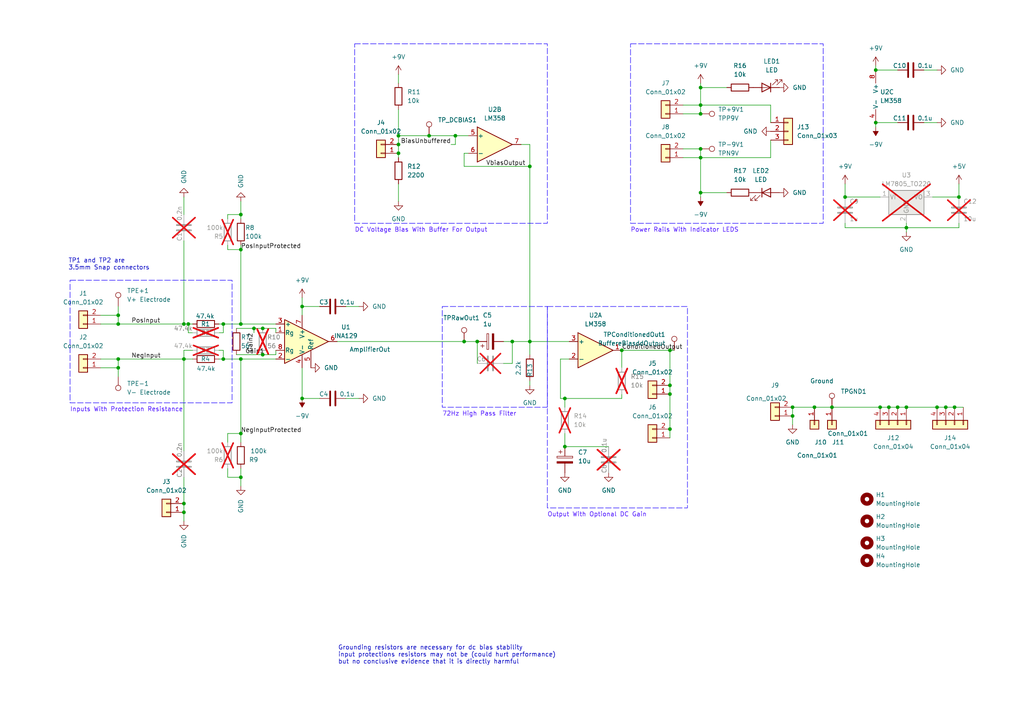
<source format=kicad_sch>
(kicad_sch (version 20231120) (generator "eeschema") (generator_version "8.0")
  (paper "A4")
  (lib_symbols
    (symbol "Amplifier_Instrumentation:INA129" (pin_names (offset 0.127))
      (property "Reference" "U" (at 3.81 3.175 0))
      (property "Value" "INA129" (at 3.81 -3.175 0))
      (symbol "INA129_0_1"
        (polyline (pts (xy 7.62 0) (xy -5.08 6.35) (xy -5.08 -6.35) (xy 7.62 0)) (stroke (width 0.254)) (fill (type background)))
      )
      (symbol "INA129_1_1"
        (pin passive line (at -7.62 2.54 0) (length 2.54) (name "Rg") (number "1"))
        (pin input line (at -7.62 -5.08 0) (length 2.54) (name "-") (number "2"))
        (pin input line (at -7.62 5.08 0) (length 2.54) (name "+") (number "3"))
        (pin power_in line (at 0 -7.62 90) (length 3.81) (name "V-") (number "4"))
        (pin input line (at 2.54 -7.62 90) (length 5.08) (name "Ref") (number "5"))
        (pin output line (at 10.16 0 180) (length 2.54) (name "~") (number "6"))
        (pin power_in line (at 0 7.62 270) (length 3.81) (name "V+") (number "7"))
        (pin passive line (at -7.62 -2.54 0) (length 2.54) (name "Rg") (number "8"))
      )
    )
    (symbol "Amplifier_Operational:LM358" (pin_names (offset 0.127))
      (property "Reference" "U" (at 0 5.08 0))
      (property "Value" "LM358" (at 0 -5.08 0))
      (symbol "LM358_1_1"
        (polyline (pts (xy -5.08 5.08) (xy 5.08 0) (xy -5.08 -5.08) (xy -5.08 5.08)) (stroke (width 0.254)) (fill (type background)))
        (pin output line (at 7.62 0 180) (length 2.54) (name "~") (number "1"))
        (pin input line (at -7.62 -2.54 0) (length 2.54) (name "-") (number "2"))
        (pin input line (at -7.62 2.54 0) (length 2.54) (name "+") (number "3"))
      )
      (symbol "LM358_2_1"
        (polyline (pts (xy -5.08 5.08) (xy 5.08 0) (xy -5.08 -5.08) (xy -5.08 5.08)) (stroke (width 0.254)) (fill (type background)))
        (pin input line (at -7.62 2.54 0) (length 2.54) (name "+") (number "5"))
        (pin input line (at -7.62 -2.54 0) (length 2.54) (name "-") (number "6"))
        (pin output line (at 7.62 0 180) (length 2.54) (name "~") (number "7"))
      )
      (symbol "LM358_3_1"
        (pin power_in line (at -2.54 -7.62 90) (length 3.81) (name "V-") (number "4"))
        (pin power_in line (at -2.54 7.62 270) (length 3.81) (name "V+") (number "8"))
      )
    )
    (symbol "Connector:TestPoint" (pin_numbers hide) (pin_names (offset 0.762) hide)
      (property "Reference" "TP" (at 0 6.858 0))
      (property "Value" "TestPoint" (at 0 5.08 0))
      (symbol "TestPoint_0_1"
        (circle (center 0 3.302) (radius 0.762))
      )
      (symbol "TestPoint_1_1"
        (pin passive line (at 0 0 90) (length 2.54) (name "1") (number "1"))
      )
    )
    (symbol "Connector_Generic:Conn_01x01" (pin_names (offset 1.016) hide)
      (property "Reference" "J" (at 0 2.54 0))
      (property "Value" "Conn_01x01" (at 0 -2.54 0))
      (symbol "Conn_01x01_1_1"
        (rectangle (start -1.27 0.127) (end 0 -0.127) (stroke (width 0.1524)))
        (rectangle (start -1.27 1.27) (end 1.27 -1.27) (stroke (width 0.254)) (fill (type background)))
        (pin passive line (at -5.08 0 0) (length 3.81) (name "Pin_1") (number "1"))
      )
    )
    (symbol "Connector_Generic:Conn_01x02" (pin_names (offset 1.016) hide)
      (property "Reference" "J" (at 0 2.54 0))
      (property "Value" "Conn_01x02" (at 0 -5.08 0))
      (symbol "Conn_01x02_1_1"
        (rectangle (start -1.27 -2.413) (end 0 -2.667) (stroke (width 0.1524)))
        (rectangle (start -1.27 0.127) (end 0 -0.127) (stroke (width 0.1524)))
        (rectangle (start -1.27 1.27) (end 1.27 -3.81) (stroke (width 0.254)) (fill (type background)))
        (pin passive line (at -5.08 0 0) (length 3.81) (name "Pin_1") (number "1"))
        (pin passive line (at -5.08 -2.54 0) (length 3.81) (name "Pin_2") (number "2"))
      )
    )
    (symbol "Connector_Generic:Conn_01x03" (pin_names (offset 1.016) hide)
      (property "Reference" "J" (at 0 5.08 0))
      (property "Value" "Conn_01x03" (at 0 -5.08 0))
      (symbol "Conn_01x03_1_1"
        (rectangle (start -1.27 -2.413) (end 0 -2.667) (stroke (width 0.1524)))
        (rectangle (start -1.27 0.127) (end 0 -0.127) (stroke (width 0.1524)))
        (rectangle (start -1.27 2.667) (end 0 2.413) (stroke (width 0.1524)))
        (rectangle (start -1.27 3.81) (end 1.27 -3.81) (stroke (width 0.254)) (fill (type background)))
        (pin passive line (at -5.08 2.54 0) (length 3.81) (name "Pin_1") (number "1"))
        (pin passive line (at -5.08 0 0) (length 3.81) (name "Pin_2") (number "2"))
        (pin passive line (at -5.08 -2.54 0) (length 3.81) (name "Pin_3") (number "3"))
      )
    )
    (symbol "Connector_Generic:Conn_01x04" (pin_names (offset 1.016) hide)
      (property "Reference" "J" (at 0 5.08 0))
      (property "Value" "Conn_01x04" (at 0 -7.62 0))
      (symbol "Conn_01x04_1_1"
        (rectangle (start -1.27 -4.953) (end 0 -5.207) (stroke (width 0.1524)))
        (rectangle (start -1.27 -2.413) (end 0 -2.667) (stroke (width 0.1524)))
        (rectangle (start -1.27 0.127) (end 0 -0.127) (stroke (width 0.1524)))
        (rectangle (start -1.27 2.667) (end 0 2.413) (stroke (width 0.1524)))
        (rectangle (start -1.27 3.81) (end 1.27 -6.35) (stroke (width 0.254)) (fill (type background)))
        (pin passive line (at -5.08 2.54 0) (length 3.81) (name "Pin_1") (number "1"))
        (pin passive line (at -5.08 0 0) (length 3.81) (name "Pin_2") (number "2"))
        (pin passive line (at -5.08 -2.54 0) (length 3.81) (name "Pin_3") (number "3"))
        (pin passive line (at -5.08 -5.08 0) (length 3.81) (name "Pin_4") (number "4"))
      )
    )
    (symbol "Device:C" (pin_numbers hide) (pin_names (offset 0.254))
      (property "Reference" "C" (at 0.635 2.54 0))
      (property "Value" "C" (at 0.635 -2.54 0))
      (symbol "C_0_1"
        (polyline (pts (xy -2.032 -0.762) (xy 2.032 -0.762)) (stroke (width 0.508)))
        (polyline (pts (xy -2.032 0.762) (xy 2.032 0.762)) (stroke (width 0.508)))
      )
      (symbol "C_1_1"
        (pin passive line (at 0 3.81 270) (length 2.794) (name "~") (number "1"))
        (pin passive line (at 0 -3.81 90) (length 2.794) (name "~") (number "2"))
      )
    )
    (symbol "Device:C_Polarized" (pin_numbers hide) (pin_names (offset 0.254))
      (property "Reference" "C" (at 0.635 2.54 0))
      (property "Value" "C_Polarized" (at 0.635 -2.54 0))
      (symbol "C_Polarized_0_1"
        (rectangle (start -2.286 0.508) (end 2.286 1.016))
        (polyline (pts (xy -1.778 2.286) (xy -0.762 2.286)))
        (polyline (pts (xy -1.27 2.794) (xy -1.27 1.778)))
        (rectangle (start 2.286 -0.508) (end -2.286 -1.016) (fill (type outline)))
      )
      (symbol "C_Polarized_1_1"
        (pin passive line (at 0 3.81 270) (length 2.794) (name "~") (number "1"))
        (pin passive line (at 0 -3.81 90) (length 2.794) (name "~") (number "2"))
      )
    )
    (symbol "Device:LED" (pin_numbers hide) (pin_names (offset 1.016) hide)
      (property "Reference" "D" (at 0 2.54 0))
      (property "Value" "LED" (at 0 -2.54 0))
      (symbol "LED_0_1"
        (polyline (pts (xy -1.27 -1.27) (xy -1.27 1.27)) (stroke (width 0.254)))
        (polyline (pts (xy -1.27 0) (xy 1.27 0)))
        (polyline (pts (xy 1.27 -1.27) (xy 1.27 1.27) (xy -1.27 0) (xy 1.27 -1.27)) (stroke (width 0.254)))
        (polyline (pts (xy -3.048 -0.762) (xy -4.572 -2.286) (xy -3.81 -2.286) (xy -4.572 -2.286) (xy -4.572 -1.524)))
        (polyline (pts (xy -1.778 -0.762) (xy -3.302 -2.286) (xy -2.54 -2.286) (xy -3.302 -2.286) (xy -3.302 -1.524)))
      )
      (symbol "LED_1_1"
        (pin passive line (at -3.81 0 0) (length 2.54) (name "K") (number "1"))
        (pin passive line (at 3.81 0 180) (length 2.54) (name "A") (number "2"))
      )
    )
    (symbol "Device:R" (pin_numbers hide) (pin_names (offset 0))
      (property "Reference" "R" (at 2.032 0 90))
      (property "Value" "R" (at 0 0 90))
      (symbol "R_0_1"
        (rectangle (start -1.016 -2.54) (end 1.016 2.54) (stroke (width 0.254)))
      )
      (symbol "R_1_1"
        (pin passive line (at 0 3.81 270) (length 1.27) (name "~") (number "1"))
        (pin passive line (at 0 -3.81 90) (length 1.27) (name "~") (number "2"))
      )
    )
    (symbol "Mechanical:MountingHole" (pin_names (offset 1.016))
      (property "Reference" "H" (at 0 5.08 0))
      (property "Value" "MountingHole" (at 0 3.175 0))
      (symbol "MountingHole_0_1"
        (circle (center 0 0) (radius 1.27) (stroke (width 1.27)))
      )
    )
    (symbol "Regulator_Linear:LM7805_TO220" (pin_names (offset 0.254))
      (property "Reference" "U" (at -3.81 3.175 0))
      (property "Value" "LM7805_TO220" (at 0 3.175 0))
      (symbol "LM7805_TO220_0_1"
        (rectangle (start -5.08 1.905) (end 5.08 -5.08) (stroke (width 0.254)) (fill (type background)))
      )
      (symbol "LM7805_TO220_1_1"
        (pin power_in line (at -7.62 0 0) (length 2.54) (name "VI") (number "1"))
        (pin power_in line (at 0 -7.62 90) (length 2.54) (name "GND") (number "2"))
        (pin power_out line (at 7.62 0 180) (length 2.54) (name "VO") (number "3"))
      )
    )
    (symbol "power:+5V" (power) (pin_names (offset 0))
      (property "Value" "+5V" (at 0 3.556 0))
      (symbol "+5V_0_1"
        (polyline (pts (xy -0.762 1.27) (xy 0 2.54)))
        (polyline (pts (xy 0 0) (xy 0 2.54)))
        (polyline (pts (xy 0 2.54) (xy 0.762 1.27)))
      )
      (symbol "+5V_1_1"
        (pin power_in line (at 0 0 90) (length 0) hide (name "+5V") (number "1"))
      )
    )
    (symbol "power:+9V" (power) (pin_names (offset 0))
      (property "Value" "+9V" (at 0 3.556 0))
      (symbol "+9V_0_1"
        (polyline (pts (xy -0.762 1.27) (xy 0 2.54)))
        (polyline (pts (xy 0 0) (xy 0 2.54)))
        (polyline (pts (xy 0 2.54) (xy 0.762 1.27)))
      )
      (symbol "+9V_1_1"
        (pin power_in line (at 0 0 90) (length 0) hide (name "+9V") (number "1"))
      )
    )
    (symbol "power:-9V" (power) (pin_names (offset 0))
      (property "Value" "-9V" (at 0 3.81 0))
      (symbol "-9V_0_1"
        (polyline (pts (xy 0 0) (xy 0 2.54)))
        (polyline (pts (xy 0.762 1.27) (xy -0.762 1.27) (xy 0 2.54) (xy 0.762 1.27)) (fill (type outline)))
      )
      (symbol "-9V_1_1"
        (pin power_in line (at 0 0 90) (length 0) hide (name "-9V") (number "1"))
      )
    )
    (symbol "power:GND" (power) (pin_names (offset 0))
      (property "Value" "GND" (at 0 -3.81 0))
      (symbol "GND_0_1"
        (polyline (pts (xy 0 0) (xy 0 -1.27) (xy 1.27 -1.27) (xy 0 -2.54) (xy -1.27 -1.27) (xy 0 -1.27)))
      )
      (symbol "GND_1_1"
        (pin power_in line (at 0 0 270) (length 0) hide (name "GND") (number "1"))
      )
    )
  )
  (junction (at 76.2 95.25))
  (junction (at 163.83 129.54))
  (junction (at 203.2 43.18))
  (junction (at 153.67 48.26))
  (junction (at 194.31 124.46))
  (junction (at 76.2 102.87))
  (junction (at 203.2 33.02))
  (junction (at 262.89 66.04))
  (junction (at 34.29 91.44))
  (junction (at 115.57 39.37))
  (junction (at 87.63 88.9))
  (junction (at 194.31 111.76))
  (junction (at 64.77 104.14))
  (junction (at 34.29 106.68))
  (junction (at 276.86 118.11))
  (junction (at 69.85 72.39))
  (junction (at 278.13 57.15))
  (junction (at 69.85 104.14))
  (junction (at 241.3 118.11))
  (junction (at 132.08 39.37))
  (junction (at 153.67 99.06))
  (junction (at 134.62 99.06))
  (junction (at 229.87 118.11))
  (junction (at 138.43 99.06))
  (junction (at 53.34 148.59))
  (junction (at 53.34 93.98))
  (junction (at 53.34 104.14))
  (junction (at 271.78 118.11))
  (junction (at 115.57 41.91))
  (junction (at 257.81 118.11))
  (junction (at 194.31 101.6))
  (junction (at 87.63 115.57))
  (junction (at 245.11 57.15))
  (junction (at 203.2 25.4))
  (junction (at 64.77 93.98))
  (junction (at 203.2 55.88))
  (junction (at 73.66 95.25))
  (junction (at 69.85 93.98))
  (junction (at 124.46 39.37))
  (junction (at 254 35.56))
  (junction (at 115.57 44.45))
  (junction (at 236.22 118.11))
  (junction (at 260.35 118.11))
  (junction (at 203.2 45.72))
  (junction (at 254 20.32))
  (junction (at 262.89 118.11))
  (junction (at 194.31 114.3))
  (junction (at 229.87 120.65))
  (junction (at 255.27 118.11))
  (junction (at 69.85 138.43))
  (junction (at 54.61 93.98))
  (junction (at 148.59 99.06))
  (junction (at 34.29 104.14))
  (junction (at 180.34 101.6))
  (junction (at 274.32 118.11))
  (junction (at 163.83 115.57))
  (junction (at 34.29 93.98))
  (junction (at 53.34 146.05))
  (junction (at 69.85 125.73))
  (junction (at 69.85 62.23))
  (junction (at 203.2 30.48))
  (wire (pts (xy 148.59 99.06) (xy 148.59 105.41)))
  (wire (pts (xy 53.34 69.85) (xy 53.34 93.98)))
  (wire (pts (xy 198.12 30.48) (xy 203.2 30.48)))
  (wire (pts (xy 29.21 106.68) (xy 34.29 106.68)))
  (wire (pts (xy 198.12 43.18) (xy 203.2 43.18)))
  (wire (pts (xy 203.2 24.13) (xy 203.2 25.4)))
  (wire (pts (xy 55.88 101.6) (xy 53.34 101.6)))
  (wire (pts (xy 132.08 41.91) (xy 132.08 39.37)))
  (wire (pts (xy 229.87 120.65) (xy 229.87 123.19)))
  (wire (pts (xy 153.67 99.06) (xy 165.1 99.06)))
  (wire (pts (xy 69.85 93.98) (xy 80.01 93.98)))
  (wire (pts (xy 92.71 88.9) (xy 87.63 88.9)))
  (wire (pts (xy 245.11 57.15) (xy 255.27 57.15)))
  (wire (pts (xy 66.04 62.23) (xy 69.85 62.23)))
  (wire (pts (xy 245.11 66.04) (xy 262.89 66.04)))
  (wire (pts (xy 130.81 41.91) (xy 132.08 41.91)))
  (wire (pts (xy 210.82 25.4) (xy 203.2 25.4)))
  (wire (pts (xy 138.43 99.06) (xy 138.43 105.41)))
  (wire (pts (xy 180.34 101.6) (xy 180.34 106.68)))
  (wire (pts (xy 260.35 118.11) (xy 262.89 118.11)))
  (wire (pts (xy 203.2 43.18) (xy 203.2 45.72)))
  (wire (pts (xy 53.34 101.6) (xy 53.34 104.14)))
  (wire (pts (xy 53.34 146.05) (xy 53.34 138.43)))
  (wire (pts (xy 262.89 64.77) (xy 262.89 66.04)))
  (wire (pts (xy 134.62 99.06) (xy 138.43 99.06)))
  (wire (pts (xy 53.34 57.15) (xy 53.34 62.23)))
  (wire (pts (xy 66.04 128.27) (xy 66.04 125.73)))
  (wire (pts (xy 100.33 88.9) (xy 104.14 88.9)))
  (wire (pts (xy 100.33 115.57) (xy 104.14 115.57)))
  (wire (pts (xy 55.88 96.52) (xy 54.61 96.52)))
  (wire (pts (xy 276.86 118.11) (xy 279.4 118.11)))
  (wire (pts (xy 245.11 64.77) (xy 245.11 66.04)))
  (wire (pts (xy 53.34 104.14) (xy 53.34 130.81)))
  (wire (pts (xy 203.2 30.48) (xy 203.2 33.02)))
  (wire (pts (xy 229.87 118.11) (xy 229.87 120.65)))
  (wire (pts (xy 80.01 95.25) (xy 80.01 96.52)))
  (wire (pts (xy 255.27 118.11) (xy 257.81 118.11)))
  (wire (pts (xy 115.57 41.91) (xy 115.57 44.45)))
  (wire (pts (xy 254 36.83) (xy 254 35.56)))
  (wire (pts (xy 55.88 104.14) (xy 53.34 104.14)))
  (wire (pts (xy 115.57 39.37) (xy 115.57 41.91)))
  (wire (pts (xy 163.83 125.73) (xy 163.83 129.54)))
  (wire (pts (xy 223.52 40.64) (xy 223.52 45.72)))
  (wire (pts (xy 198.12 33.02) (xy 203.2 33.02)))
  (wire (pts (xy 115.57 53.34) (xy 115.57 58.42)))
  (wire (pts (xy 66.04 135.89) (xy 66.04 138.43)))
  (wire (pts (xy 271.78 118.11) (xy 274.32 118.11)))
  (wire (pts (xy 34.29 93.98) (xy 34.29 91.44)))
  (wire (pts (xy 87.63 88.9) (xy 87.63 91.44)))
  (wire (pts (xy 53.34 146.05) (xy 53.34 148.59)))
  (wire (pts (xy 80.01 95.25) (xy 76.2 95.25)))
  (wire (pts (xy 97.79 99.06) (xy 134.62 99.06)))
  (wire (pts (xy 53.34 151.13) (xy 53.34 148.59)))
  (wire (pts (xy 257.81 118.11) (xy 260.35 118.11)))
  (wire (pts (xy 180.34 101.6) (xy 194.31 101.6)))
  (wire (pts (xy 66.04 125.73) (xy 69.85 125.73)))
  (wire (pts (xy 254 35.56) (xy 260.35 35.56)))
  (wire (pts (xy 64.77 101.6) (xy 64.77 104.14)))
  (wire (pts (xy 194.31 114.3) (xy 194.31 124.46)))
  (wire (pts (xy 66.04 71.12) (xy 66.04 72.39)))
  (wire (pts (xy 134.62 48.26) (xy 153.67 48.26)))
  (wire (pts (xy 29.21 104.14) (xy 34.29 104.14)))
  (wire (pts (xy 63.5 93.98) (xy 64.77 93.98)))
  (wire (pts (xy 274.32 118.11) (xy 276.86 118.11)))
  (wire (pts (xy 92.71 115.57) (xy 87.63 115.57)))
  (wire (pts (xy 73.66 95.25) (xy 76.2 95.25)))
  (wire (pts (xy 69.85 71.12) (xy 69.85 72.39)))
  (wire (pts (xy 223.52 45.72) (xy 203.2 45.72)))
  (wire (pts (xy 236.22 118.11) (xy 229.87 118.11)))
  (wire (pts (xy 66.04 63.5) (xy 66.04 62.23)))
  (wire (pts (xy 134.62 48.26) (xy 134.62 44.45)))
  (wire (pts (xy 115.57 21.59) (xy 115.57 24.13)))
  (wire (pts (xy 162.56 104.14) (xy 162.56 115.57)))
  (wire (pts (xy 54.61 93.98) (xy 55.88 93.98)))
  (wire (pts (xy 254 20.32) (xy 260.35 20.32)))
  (wire (pts (xy 203.2 57.15) (xy 203.2 55.88)))
  (wire (pts (xy 34.29 104.14) (xy 34.29 106.68)))
  (wire (pts (xy 180.34 114.3) (xy 180.34 115.57)))
  (wire (pts (xy 267.97 35.56) (xy 271.78 35.56)))
  (wire (pts (xy 63.5 96.52) (xy 64.77 96.52)))
  (wire (pts (xy 270.51 57.15) (xy 278.13 57.15)))
  (wire (pts (xy 66.04 138.43) (xy 69.85 138.43)))
  (wire (pts (xy 163.83 129.54) (xy 176.53 129.54)))
  (wire (pts (xy 53.34 93.98) (xy 54.61 93.98)))
  (wire (pts (xy 267.97 20.32) (xy 271.78 20.32)))
  (wire (pts (xy 69.85 72.39) (xy 69.85 93.98)))
  (wire (pts (xy 73.66 96.52) (xy 73.66 95.25)))
  (wire (pts (xy 34.29 91.44) (xy 34.29 88.9)))
  (wire (pts (xy 69.85 128.27) (xy 69.85 125.73)))
  (wire (pts (xy 146.05 105.41) (xy 148.59 105.41)))
  (wire (pts (xy 124.46 39.37) (xy 132.08 39.37)))
  (wire (pts (xy 203.2 55.88) (xy 203.2 45.72)))
  (wire (pts (xy 54.61 93.98) (xy 54.61 96.52)))
  (wire (pts (xy 198.12 45.72) (xy 203.2 45.72)))
  (wire (pts (xy 80.01 102.87) (xy 80.01 101.6)))
  (wire (pts (xy 146.05 99.06) (xy 148.59 99.06)))
  (wire (pts (xy 194.31 101.6) (xy 194.31 111.76)))
  (wire (pts (xy 132.08 39.37) (xy 135.89 39.37)))
  (wire (pts (xy 53.34 104.14) (xy 34.29 104.14)))
  (wire (pts (xy 115.57 39.37) (xy 124.46 39.37)))
  (wire (pts (xy 153.67 110.49) (xy 153.67 111.76)))
  (wire (pts (xy 87.63 86.36) (xy 87.63 88.9)))
  (wire (pts (xy 245.11 53.34) (xy 245.11 57.15)))
  (wire (pts (xy 223.52 35.56) (xy 223.52 30.48)))
  (wire (pts (xy 210.82 55.88) (xy 203.2 55.88)))
  (wire (pts (xy 203.2 25.4) (xy 203.2 30.48)))
  (wire (pts (xy 69.85 104.14) (xy 64.77 104.14)))
  (wire (pts (xy 87.63 106.68) (xy 87.63 115.57)))
  (wire (pts (xy 63.5 101.6) (xy 64.77 101.6)))
  (wire (pts (xy 69.85 140.97) (xy 69.85 138.43)))
  (wire (pts (xy 29.21 91.44) (xy 34.29 91.44)))
  (wire (pts (xy 223.52 30.48) (xy 203.2 30.48)))
  (wire (pts (xy 64.77 93.98) (xy 69.85 93.98)))
  (wire (pts (xy 163.83 115.57) (xy 163.83 118.11)))
  (wire (pts (xy 194.31 111.76) (xy 194.31 114.3)))
  (wire (pts (xy 68.58 95.25) (xy 73.66 95.25)))
  (wire (pts (xy 254 19.05) (xy 254 20.32)))
  (wire (pts (xy 148.59 99.06) (xy 153.67 99.06)))
  (wire (pts (xy 80.01 104.14) (xy 69.85 104.14)))
  (wire (pts (xy 153.67 41.91) (xy 153.67 48.26)))
  (wire (pts (xy 162.56 115.57) (xy 163.83 115.57)))
  (wire (pts (xy 262.89 66.04) (xy 278.13 66.04)))
  (wire (pts (xy 69.85 104.14) (xy 69.85 125.73)))
  (wire (pts (xy 64.77 104.14) (xy 63.5 104.14)))
  (wire (pts (xy 153.67 99.06) (xy 153.67 102.87)))
  (wire (pts (xy 34.29 93.98) (xy 53.34 93.98)))
  (wire (pts (xy 66.04 72.39) (xy 69.85 72.39)))
  (wire (pts (xy 194.31 101.6) (xy 195.58 101.6)))
  (wire (pts (xy 153.67 48.26) (xy 153.67 99.06)))
  (wire (pts (xy 69.85 138.43) (xy 69.85 135.89)))
  (wire (pts (xy 69.85 58.42) (xy 69.85 62.23)))
  (wire (pts (xy 69.85 62.23) (xy 69.85 63.5)))
  (wire (pts (xy 194.31 124.46) (xy 194.31 127)))
  (wire (pts (xy 76.2 102.87) (xy 80.01 102.87)))
  (wire (pts (xy 34.29 106.68) (xy 34.29 109.22)))
  (wire (pts (xy 241.3 118.11) (xy 236.22 118.11)))
  (wire (pts (xy 165.1 104.14) (xy 162.56 104.14)))
  (wire (pts (xy 29.21 93.98) (xy 34.29 93.98)))
  (wire (pts (xy 151.13 41.91) (xy 153.67 41.91)))
  (wire (pts (xy 262.89 118.11) (xy 271.78 118.11)))
  (wire (pts (xy 115.57 44.45) (xy 115.57 45.72)))
  (wire (pts (xy 134.62 44.45) (xy 135.89 44.45)))
  (wire (pts (xy 262.89 66.04) (xy 262.89 67.31)))
  (wire (pts (xy 64.77 93.98) (xy 64.77 96.52)))
  (wire (pts (xy 163.83 115.57) (xy 180.34 115.57)))
  (wire (pts (xy 278.13 53.34) (xy 278.13 57.15)))
  (wire (pts (xy 278.13 64.77) (xy 278.13 66.04)))
  (wire (pts (xy 241.3 118.11) (xy 255.27 118.11)))
  (wire (pts (xy 68.58 102.87) (xy 76.2 102.87)))
  (wire (pts (xy 115.57 31.75) (xy 115.57 39.37)))
  (rectangle (start 128.27 88.9) (end 158.75 118.11) (stroke (width 0) (type dash) (color 26 0 255 1)))
  (rectangle (start 20.32 81.28) (end 67.31 116.84) (stroke (width 0) (type dash) (color 26 0 255 1)))
  (rectangle (start 158.75 88.9) (end 199.39 147.32) (stroke (width 0) (type dash) (color 26 0 255 1)))
  (rectangle (start 182.88 12.7) (end 238.76 64.77) (stroke (width 0) (type dash) (color 26 0 255 1)))
  (rectangle (start 102.87 12.7) (end 158.75 64.77) (stroke (width 0) (type dash) (color 26 0 255 1)))
  (text "Power Rails With Indicator LEDS" (at 182.88 66.04 0) (effects (font (size 1.27 1.27)) (justify left top)))
  (text "TP1 and TP2 are\n3.5mm Snap connectors\n" (at 19.812 78.486 0) (effects (font (size 1.27 1.27)) (justify left bottom)))
  (text "Output With Optional DC Gain\n" (at 158.75 148.59 0) (effects (font (size 1.27 1.27)) (justify left top)))
  (text "Inputs With Protection Resistance" (at 20.32 118.11 0) (effects (font (size 1.27 1.27)) (justify left top)))
  (text "72Hz High Pass Filter\n" (at 128.27 119.38 0) (effects (font (size 1.27 1.27)) (justify left top)))
  (text "DC Voltage Bias With Buffer For Output" (at 102.87 66.04 0) (effects (font (size 1.27 1.27)) (justify left top)))
  (text "Grounding resistors are necessary for dc bias stability\ninput protections resistors may not be (could hurt performance)\nbut no conclusive evidence that it is directly harmful\n" (at 98.044 192.786 0) (effects (font (size 1.27 1.27)) (justify left bottom)))
  (label "NegInput" (at 38.1 104.14 0))
  (label "ConditionedOutput" (at 180.34 101.6 0))
  (label "BiasUnbuffered" (at 130.81 41.91 180))
  (label "Gain1" (at 71.12 102.87 0))
  (label "PosInput" (at 38.1 93.98 0))
  (label "PosInputProtected" (at 69.85 72.39 0))
  (label "VbiasOutput" (at 140.97 48.26 0))
  (label "Gain2" (at 73.66 96.52 270))
  (label "NegInputProtected" (at 69.85 125.73 0))
  (symbol (lib_id "power:+9V") (at 87.63 86.36 0) (unit 1)
    (property "Reference" "#PWR05" (effects (hide yes)))
    (property "Value" "+9V" (at 87.63 81.28 0))
  )
  (symbol (lib_id "Device:R") (at 153.67 106.68 180) (unit 1)
    (property "Reference" "R13" (at 153.67 105.41 90) (effects (justify left)))
    (property "Value" "2.2k" (at 150.368 104.648 90) (effects (justify left)))
    (property "Footprint" "Resistor_SMD:R_1206_3216Metric_Pad1.30x1.75mm_HandSolder" (effects (hide yes)))
  )
  (symbol (lib_id "Device:LED") (at 222.25 25.4 180) (unit 1)
    (property "Reference" "LED1" (at 223.8375 17.78 0))
    (property "Value" "LED" (at 223.8375 20.32 0))
    (property "Footprint" "LED_SMD:LED_1206_3216Metric_Pad1.42x1.75mm_HandSolder" (effects (hide yes)))
    (property "Description" "Light emitting diode" (effects (hide yes)))
  )
  (symbol (lib_id "Mechanical:MountingHole") (at 251.46 144.78 0) (unit 1)
    (property "Reference" "H1" (at 254 143.51 0) (effects (justify left)))
    (property "Value" "MountingHole" (at 254 146.05 0) (effects (justify left)))
    (property "Footprint" "MountingHole:MountingHole_3.2mm_M3" (effects (hide yes)))
  )
  (symbol (lib_id "Device:C") (at 264.16 20.32 90) (unit 1)
    (property "Reference" "C10" (at 262.89 19.05 90) (effects (justify left)))
    (property "Value" "0.1u" (at 270.51 19.05 90) (effects (justify left)))
    (property "Footprint" "Capacitor_SMD:C_1206_3216Metric_Pad1.33x1.80mm_HandSolder" (effects (hide yes)))
  )
  (symbol (lib_id "Connector_Generic:Conn_01x04") (at 276.86 123.19 270) (unit 1)
    (property "Reference" "J14" (at 275.59 127 90))
    (property "Value" "Conn_01x04" (at 275.59 129.54 90))
    (property "Footprint" "Connector_PinHeader_2.54mm:PinHeader_1x04_P2.54mm_Vertical" (effects (hide yes)))
    (property "Description" "Generic connector, single row, 01x04, script generated (kicad-library-utils/schlib/autogen/connector/)" (effects (hide yes)))
  )
  (symbol (lib_id "Device:R") (at 59.69 104.14 90) (unit 1)
    (property "Reference" "R4" (at 60.96 104.14 90) (effects (justify left)))
    (property "Value" "47.4k" (at 62.484 106.934 90) (effects (justify left)))
    (property "Footprint" "Resistor_SMD:R_1206_3216Metric_Pad1.30x1.75mm_HandSolder" (effects (hide yes)))
  )
  (symbol (lib_id "Connector_Generic:Conn_01x01") (at 236.22 123.19 270) (unit 1)
    (property "Reference" "J10" (at 236.22 128.27 90) (effects (justify left)))
    (property "Value" "Conn_01x01" (at 231.14 132.08 90) (effects (justify left)))
    (property "Footprint" "Connector_PinHeader_2.54mm:PinHeader_1x01_P2.54mm_Vertical" (effects (hide yes)))
  )
  (symbol (lib_id "power:GND") (at 229.87 123.19 0) (unit 1)
    (property "Reference" "#PWR017" (effects (hide yes)))
    (property "Value" "GND" (at 229.87 128.27 0))
  )
  (symbol (lib_id "power:GND") (at 176.53 137.16 0) (unit 1)
    (property "Reference" "#PWR014" (effects (hide yes)))
    (property "Value" "GND" (at 176.53 142.24 0))
  )
  (symbol (lib_id "Device:R") (at 115.57 49.53 0) (unit 1)
    (property "Reference" "R12" (at 118.11 48.26 0) (effects (justify left)))
    (property "Value" "2200" (at 118.11 50.8 0) (effects (justify left)))
    (property "Footprint" "Resistor_SMD:R_1206_3216Metric_Pad1.30x1.75mm_HandSolder" (effects (hide yes)))
  )
  (symbol (lib_id "power:GND") (at 115.57 58.42 0) (unit 1)
    (property "Reference" "#PWR09" (effects (hide yes)))
    (property "Value" "GND" (at 115.57 63.5 0))
  )
  (symbol (lib_id "power:GND") (at 262.89 67.31 0) (unit 1)
    (property "Reference" "#PWR023" (effects (hide yes)))
    (property "Value" "GND" (at 262.89 72.39 0))
  )
  (symbol (lib_id "Amplifier_Operational:LM358") (at 172.72 101.6 0) (unit 1)
    (property "Reference" "U2" (at 172.72 91.44 0))
    (property "Value" "LM358" (at 172.72 93.98 0))
    (property "Footprint" "Package_DIP:DIP-8_W7.62mm_LongPads" (effects (hide yes)))
    (property "Datasheet" "http://www.ti.com/lit/ds/symlink/lm2904-n.pdf" (effects (hide yes)))
  )
  (symbol (lib_id "Device:R") (at 69.85 132.08 180) (unit 1)
    (property "Reference" "R9" (at 74.93 133.35 0) (effects (justify left)))
    (property "Value" "100k" (at 77.47 130.81 0) (effects (justify left)))
    (property "Footprint" "Resistor_SMD:R_1206_3216Metric_Pad1.30x1.75mm_HandSolder" (effects (hide yes)))
  )
  (symbol (lib_id "Device:C_Polarized") (at 142.24 99.06 90) (unit 1)
    (property "Reference" "C5" (at 141.351 91.44 90))
    (property "Value" "1u" (at 141.351 93.98 90))
    (property "Footprint" "Capacitor_THT:CP_Radial_D4.0mm_P2.00mm" (effects (hide yes)))
  )
  (symbol (lib_id "Connector:TestPoint") (at 203.2 33.02 270) (unit 1)
    (property "Reference" "TP+9V1" (at 208.28 31.75 90) (effects (justify left)))
    (property "Value" "TPP9V" (at 208.28 34.29 90) (effects (justify left)))
    (property "Footprint" "TestPoint:TestPoint_Pad_D4.0mm" (effects (hide yes)))
  )
  (symbol (lib_id "power:+5V") (at 278.13 53.34 0) (unit 1)
    (property "Reference" "#PWR029" (effects (hide yes)))
    (property "Value" "+5V" (at 278.13 48.26 0))
  )
  (symbol (lib_id "Connector_Generic:Conn_01x02") (at 48.26 148.59 180) (unit 1)
    (property "Reference" "J3" (at 48.26 139.7 0))
    (property "Value" "Conn_01x02" (at 48.26 142.24 0))
    (property "Footprint" "Connector_PinHeader_2.54mm:PinHeader_1x02_P2.54mm_Vertical" (effects (hide yes)))
  )
  (symbol (lib_id "Amplifier_Instrumentation:INA129") (at 87.63 99.06 0) (unit 1)
    (property "Reference" "U1" (at 100.33 94.8691 0))
    (property "Value" "INA129" (at 100.33 97.4091 0))
    (property "Footprint" "Package_DIP:DIP-8_W7.62mm_LongPads" (effects (hide yes)))
    (property "Datasheet" "http://www.ti.com/lit/ds/symlink/ina128.pdf" (effects (hide yes)))
  )
  (symbol (lib_id "Connector_Generic:Conn_01x02") (at 193.04 45.72 180) (unit 1)
    (property "Reference" "J8" (at 193.04 36.83 0))
    (property "Value" "Conn_01x02" (at 193.04 39.37 0))
    (property "Footprint" "Connector_PinHeader_2.54mm:PinHeader_1x02_P2.54mm_Vertical" (effects (hide yes)))
  )
  (symbol (lib_id "power:-9V") (at 87.63 115.57 180) (unit 1)
    (property "Reference" "#PWR06" (effects (hide yes)))
    (property "Value" "-9V" (at 87.63 120.65 0))
  )
  (symbol (lib_id "Device:C") (at 264.16 35.56 90) (unit 1)
    (property "Reference" "C11" (at 262.89 34.29 90) (effects (justify left)))
    (property "Value" "0.1u" (at 270.51 34.29 90) (effects (justify left)))
    (property "Footprint" "Capacitor_SMD:C_1206_3216Metric_Pad1.33x1.80mm_HandSolder" (effects (hide yes)))
  )
  (symbol (lib_id "Connector:TestPoint") (at 134.62 99.06 0) (unit 1)
    (property "Reference" "TPRawOut1" (at 128.524 92.202 0) (effects (justify left)))
    (property "Value" "AmplifierOut" (at 101.346 101.346 0) (effects (justify left)))
    (property "Footprint" "TestPoint:TestPoint_Pad_D2.5mm" (effects (hide yes)))
  )
  (symbol (lib_id "Device:LED") (at 222.25 55.88 0) (unit 1)
    (property "Reference" "LED2" (at 220.6625 49.53 0))
    (property "Value" "LED" (at 220.6625 52.07 0))
    (property "Footprint" "LED_SMD:LED_1206_3216Metric_Pad1.42x1.75mm_HandSolder" (effects (hide yes)))
    (property "Description" "Light emitting diode" (effects (hide yes)))
  )
  (symbol (lib_id "Device:C") (at 96.52 88.9 90) (unit 1)
    (property "Reference" "C3" (at 95.25 87.63 90) (effects (justify left)))
    (property "Value" "0.1u" (at 102.87 87.63 90) (effects (justify left)))
    (property "Footprint" "Capacitor_SMD:C_1206_3216Metric_Pad1.33x1.80mm_HandSolder" (effects (hide yes)))
  )
  (symbol (lib_id "power:+9V") (at 203.2 24.13 0) (unit 1)
    (property "Reference" "#PWR015" (effects (hide yes)))
    (property "Value" "+9V" (at 203.2 19.05 0))
  )
  (symbol (lib_id "Device:C") (at 53.34 66.04 180) (unit 1) (dnp yes)
    (property "Reference" "C1" (at 52.07 67.31 90) (effects (justify left)))
    (property "Value" "0.2n" (at 52.07 59.69 90) (effects (justify left)))
  )
  (symbol (lib_id "Connector_Generic:Conn_01x02") (at 24.13 93.98 180) (unit 1)
    (property "Reference" "J1" (at 24.13 85.09 0))
    (property "Value" "Conn_01x02" (at 24.13 87.63 0))
    (property "Footprint" "Connector_PinHeader_2.54mm:PinHeader_1x02_P2.54mm_Vertical" (effects (hide yes)))
  )
  (symbol (lib_id "Device:C") (at 142.24 105.41 90) (unit 1) (dnp yes)
    (property "Reference" "C6" (at 140.97 104.14 90) (effects (justify left)))
    (property "Value" "0.1u" (effects (hide yes)))
    (property "Footprint" "Capacitor_SMD:C_1206_3216Metric_Pad1.33x1.80mm_HandSolder" (effects (hide yes)))
  )
  (symbol (lib_id "Device:R") (at 69.85 67.31 0) (unit 1)
    (property "Reference" "R8" (at 71.12 66.04 0) (effects (justify left)))
    (property "Value" "100k" (at 71.12 68.58 0) (effects (justify left)))
    (property "Footprint" "Resistor_SMD:R_1206_3216Metric_Pad1.30x1.75mm_HandSolder" (effects (hide yes)))
  )
  (symbol (lib_id "Amplifier_Operational:LM358") (at 256.54 27.94 0) (unit 3)
    (property "Reference" "U2" (at 255.27 26.67 0) (effects (justify left)))
    (property "Value" "LM358" (at 255.27 29.21 0) (effects (justify left)))
    (property "Footprint" "Package_DIP:DIP-8_W7.62mm_LongPads" (effects (hide yes)))
    (property "Datasheet" "http://www.ti.com/lit/ds/symlink/lm2904-n.pdf" (effects (hide yes)))
  )
  (symbol (lib_id "Device:C_Polarized") (at 163.83 133.35 0) (unit 1)
    (property "Reference" "C7" (at 167.64 131.191 0) (effects (justify left)))
    (property "Value" "10u" (at 167.64 133.731 0) (effects (justify left)))
    (property "Footprint" "Capacitor_THT:CP_Radial_D4.0mm_P2.00mm" (effects (hide yes)))
  )
  (symbol (lib_id "power:-9V") (at 254 36.83 180) (unit 1)
    (property "Reference" "#PWR022" (effects (hide yes)))
    (property "Value" "-9V" (at 254 41.91 0))
  )
  (symbol (lib_id "power:GND") (at 153.67 111.76 0) (unit 1)
    (property "Reference" "#PWR012" (effects (hide yes)))
    (property "Value" "GND" (at 153.67 116.84 0))
  )
  (symbol (lib_id "power:GND") (at 69.85 58.42 180) (unit 1)
    (property "Reference" "#PWR03" (effects (hide yes)))
    (property "Value" "GND" (at 69.85 54.61 90) (effects (justify right)))
  )
  (symbol (lib_id "power:GND") (at 271.78 20.32 90) (unit 1)
    (property "Reference" "#PWR027" (effects (hide yes)))
    (property "Value" "GND" (at 275.59 20.32 90) (effects (justify right)))
  )
  (symbol (lib_id "Connector_Generic:Conn_01x02") (at 189.23 114.3 180) (unit 1)
    (property "Reference" "J5" (at 189.23 105.41 0))
    (property "Value" "Conn_01x02" (at 189.23 107.95 0))
    (property "Footprint" "Connector_PinHeader_2.54mm:PinHeader_1x02_P2.54mm_Vertical" (effects (hide yes)))
  )
  (symbol (lib_id "power:GND") (at 69.85 140.97 0) (unit 1)
    (property "Reference" "#PWR04" (effects (hide yes)))
    (property "Value" "GND" (at 69.85 144.78 90) (effects (justify right)))
  )
  (symbol (lib_id "Connector:TestPoint") (at 124.46 39.37 0) (unit 1)
    (property "Reference" "TP_DCBIAS1" (at 127 34.798 0) (effects (justify left)))
    (property "Value" "Buffered_Output" (effects (hide yes)))
    (property "Footprint" "TestPoint:TestPoint_Pad_D2.5mm" (effects (hide yes)))
  )
  (symbol (lib_id "Device:R") (at 59.69 93.98 90) (unit 1)
    (property "Reference" "R1" (at 60.96 93.98 90) (effects (justify left)))
    (property "Value" "47.4k" (at 62.23 91.694 90) (effects (justify left)))
    (property "Footprint" "Resistor_SMD:R_1206_3216Metric_Pad1.30x1.75mm_HandSolder" (effects (hide yes)))
  )
  (symbol (lib_id "Device:R") (at 68.58 99.06 0) (unit 1)
    (property "Reference" "R7" (at 69.85 97.79 0) (effects (justify left)))
    (property "Value" "56" (at 69.85 100.33 0) (effects (justify left)))
    (property "Footprint" "Resistor_SMD:R_1206_3216Metric_Pad1.30x1.75mm_HandSolder" (effects (hide yes)))
  )
  (symbol (lib_id "Connector_Generic:Conn_01x02") (at 24.13 106.68 180) (unit 1)
    (property "Reference" "J2" (at 24.13 97.79 0))
    (property "Value" "Conn_01x02" (at 24.13 100.33 0))
    (property "Footprint" "Connector_PinHeader_2.54mm:PinHeader_1x02_P2.54mm_Vertical" (effects (hide yes)))
  )
  (symbol (lib_id "Device:R") (at 59.69 101.6 90) (unit 1) (dnp yes)
    (property "Reference" "R3" (at 60.96 101.6 90) (effects (justify left)))
    (property "Value" "47.4k" (at 55.88 100.33 90) (effects (justify left)))
    (property "Footprint" "Resistor_THT:R_Axial_DIN0309_L9.0mm_D3.2mm_P12.70mm_Horizontal" (effects (hide yes)))
  )
  (symbol (lib_id "power:GND") (at 90.17 106.68 90) (unit 1)
    (property "Reference" "#PWR07" (effects (hide yes)))
    (property "Value" "GND" (at 93.98 106.68 90) (effects (justify right)))
  )
  (symbol (lib_id "Device:R") (at 59.69 96.52 90) (unit 1) (dnp yes)
    (property "Reference" "R2" (at 60.96 96.52 90) (effects (justify left)))
    (property "Value" "47.4k" (at 55.88 95.25 90) (effects (justify left)))
    (property "Footprint" "Resistor_THT:R_Axial_DIN0309_L9.0mm_D3.2mm_P12.70mm_Horizontal" (effects (hide yes)))
  )
  (symbol (lib_id "Connector:TestPoint") (at 195.58 101.6 0) (mirror y) (unit 1)
    (property "Reference" "TPConditionedOut1" (at 193.04 97.0279 0) (effects (justify left)))
    (property "Value" "BuffereBiasddOutput" (at 193.04 99.5679 0) (effects (justify left)))
    (property "Footprint" "TestPoint:TestPoint_Pad_D2.5mm" (effects (hide yes)))
  )
  (symbol (lib_id "Amplifier_Operational:LM358") (at 143.51 41.91 0) (unit 2)
    (property "Reference" "U2" (at 143.51 31.75 0))
    (property "Value" "LM358" (at 143.51 34.29 0))
    (property "Footprint" "Package_DIP:DIP-8_W7.62mm_LongPads" (effects (hide yes)))
    (property "Datasheet" "http://www.ti.com/lit/ds/symlink/lm2904-n.pdf" (effects (hide yes)))
  )
  (symbol (lib_id "Mechanical:MountingHole") (at 251.46 162.56 0) (unit 1)
    (property "Reference" "H4" (at 254 161.29 0) (effects (justify left)))
    (property "Value" "MountingHole" (at 254 163.83 0) (effects (justify left)))
    (property "Footprint" "MountingHole:MountingHole_3.2mm_M3" (effects (hide yes)))
  )
  (symbol (lib_id "power:+9V") (at 115.57 21.59 0) (unit 1)
    (property "Reference" "#PWR08" (effects (hide yes)))
    (property "Value" "+9V" (at 115.57 16.51 0))
  )
  (symbol (lib_id "power:GND") (at 271.78 35.56 90) (unit 1)
    (property "Reference" "#PWR028" (effects (hide yes)))
    (property "Value" "GND" (at 275.59 35.56 90) (effects (justify right)))
  )
  (symbol (lib_id "power:GND") (at 104.14 115.57 90) (unit 1)
    (property "Reference" "#PWR011" (effects (hide yes)))
    (property "Value" "GND" (at 107.95 115.57 90) (effects (justify right)))
  )
  (symbol (lib_id "power:GND") (at 53.34 151.13 0) (unit 1)
    (property "Reference" "#PWR02" (effects (hide yes)))
    (property "Value" "GND" (at 53.34 154.94 90) (effects (justify right)))
  )
  (symbol (lib_id "Connector:TestPoint") (at 34.29 109.22 180) (unit 1)
    (property "Reference" "TPE-1" (at 36.83 111.252 0) (effects (justify right)))
    (property "Value" "V- Electrode" (at 36.83 113.792 0) (effects (justify right)))
    (property "Footprint" "TestPoint:TestPoint_Pad_D4.0mm" (effects (hide yes)))
  )
  (symbol (lib_id "power:+9V") (at 254 19.05 0) (unit 1)
    (property "Reference" "#PWR021" (effects (hide yes)))
    (property "Value" "+9V" (at 254 13.97 0))
  )
  (symbol (lib_id "Connector_Generic:Conn_01x02") (at 110.49 44.45 180) (unit 1)
    (property "Reference" "J4" (at 110.49 35.56 0))
    (property "Value" "Conn_01x02" (at 110.49 38.1 0))
    (property "Footprint" "Connector_PinHeader_2.54mm:PinHeader_1x02_P2.54mm_Vertical" (effects (hide yes)))
  )
  (symbol (lib_id "Mechanical:MountingHole") (at 251.46 157.48 0) (unit 1)
    (property "Reference" "H3" (at 254 156.21 0) (effects (justify left)))
    (property "Value" "MountingHole" (at 254 158.75 0) (effects (justify left)))
    (property "Footprint" "MountingHole:MountingHole_3.2mm_M3" (effects (hide yes)))
  )
  (symbol (lib_id "Mechanical:MountingHole") (at 251.46 151.13 0) (unit 1)
    (property "Reference" "H2" (at 254 149.86 0) (effects (justify left)))
    (property "Value" "MountingHole" (at 254 152.4 0) (effects (justify left)))
    (property "Footprint" "MountingHole:MountingHole_3.2mm_M3" (effects (hide yes)))
  )
  (symbol (lib_id "Device:R") (at 66.04 67.31 180) (unit 1) (dnp yes)
    (property "Reference" "R5" (at 64.77 68.58 0) (effects (justify left)))
    (property "Value" "100k" (at 64.77 66.04 0) (effects (justify left)))
    (property "Footprint" "Resistor_THT:R_Axial_DIN0309_L9.0mm_D3.2mm_P12.70mm_Horizontal" (effects (hide yes)))
  )
  (symbol (lib_id "Device:C") (at 245.11 60.96 0) (unit 1) (on_board no) (dnp yes)
    (property "Reference" "C9" (at 246.38 58.42 0) (effects (justify left)))
    (property "Value" "1u" (at 246.38 63.5 0) (effects (justify left)))
    (property "Footprint" "Capacitor_SMD:C_1206_3216Metric_Pad1.33x1.80mm_HandSolder" (effects (hide yes)))
  )
  (symbol (lib_id "Device:C") (at 96.52 115.57 90) (unit 1)
    (property "Reference" "C4" (at 95.25 114.3 90) (effects (justify left)))
    (property "Value" "0.1u" (at 102.87 114.3 90) (effects (justify left)))
    (property "Footprint" "Capacitor_SMD:C_1206_3216Metric_Pad1.33x1.80mm_HandSolder" (effects (hide yes)))
  )
  (symbol (lib_id "Device:R") (at 180.34 110.49 0) (unit 1) (dnp yes)
    (property "Reference" "R15" (at 182.88 109.22 0) (effects (justify left)))
    (property "Value" "10k" (at 182.88 111.76 0) (effects (justify left)))
    (property "Footprint" "Resistor_SMD:R_1206_3216Metric_Pad1.30x1.75mm_HandSolder" (effects (hide yes)))
  )
  (symbol (lib_id "power:+9V") (at 245.11 53.34 0) (unit 1)
    (property "Reference" "#PWR020" (effects (hide yes)))
    (property "Value" "+9V" (at 245.11 48.26 0))
  )
  (symbol (lib_id "Connector_Generic:Conn_01x01") (at 241.3 123.19 270) (unit 1)
    (property "Reference" "J11" (at 241.3 128.27 90) (effects (justify left)))
    (property "Value" "Conn_01x01" (at 240.03 125.73 90) (effects (justify left)))
    (property "Footprint" "Connector_PinHeader_2.54mm:PinHeader_1x01_P2.54mm_Vertical" (effects (hide yes)))
  )
  (symbol (lib_id "Device:R") (at 214.63 25.4 90) (unit 1)
    (property "Reference" "R16" (at 214.63 19.05 90))
    (property "Value" "10k" (at 214.63 21.59 90))
    (property "Footprint" "Resistor_SMD:R_1206_3216Metric_Pad1.30x1.75mm_HandSolder" (effects (hide yes)))
  )
  (symbol (lib_id "power:GND") (at 223.52 38.1 270) (unit 1)
    (property "Reference" "#PWR025" (effects (hide yes)))
    (property "Value" "GND" (at 219.71 38.0999 90) (effects (justify right)))
  )
  (symbol (lib_id "Connector:TestPoint") (at 203.2 43.18 270) (unit 1)
    (property "Reference" "TP-9V1" (at 208.28 41.91 90) (effects (justify left)))
    (property "Value" "TPN9V" (at 208.28 44.45 90) (effects (justify left)))
    (property "Footprint" "TestPoint:TestPoint_Pad_D4.0mm" (effects (hide yes)))
  )
  (symbol (lib_id "power:GND") (at 163.83 137.16 0) (unit 1)
    (property "Reference" "#PWR013" (effects (hide yes)))
    (property "Value" "GND" (at 163.83 142.24 0))
  )
  (symbol (lib_id "Device:C") (at 278.13 60.96 0) (unit 1) (on_board no) (dnp yes)
    (property "Reference" "C12" (at 279.4 58.42 0) (effects (justify left)))
    (property "Value" "10u" (at 279.4 63.5 0) (effects (justify left)))
    (property "Footprint" "Capacitor_SMD:C_1206_3216Metric_Pad1.33x1.80mm_HandSolder" (effects (hide yes)))
  )
  (symbol (lib_id "power:GND") (at 104.14 88.9 90) (unit 1)
    (property "Reference" "#PWR010" (effects (hide yes)))
    (property "Value" "GND" (at 107.95 88.9 90) (effects (justify right)))
  )
  (symbol (lib_id "power:GND") (at 226.06 25.4 90) (unit 1)
    (property "Reference" "#PWR018" (effects (hide yes)))
    (property "Value" "GND" (at 229.87 25.4 90) (effects (justify right)))
  )
  (symbol (lib_id "power:GND") (at 226.06 55.88 90) (unit 1)
    (property "Reference" "#PWR019" (effects (hide yes)))
    (property "Value" "GND" (at 229.87 55.88 90) (effects (justify right)))
  )
  (symbol (lib_id "Device:C") (at 176.53 133.35 180) (unit 1) (dnp yes)
    (property "Reference" "C8" (at 175.26 134.62 90) (effects (justify left)))
    (property "Value" "0.1u" (at 175.26 127 90) (effects (justify left)))
    (property "Footprint" "Capacitor_SMD:C_1206_3216Metric_Pad1.33x1.80mm_HandSolder" (effects (hide yes)))
  )
  (symbol (lib_id "Connector:TestPoint") (at 241.3 118.11 0) (unit 1)
    (property "Reference" "TPGND1" (at 243.84 113.538 0) (effects (justify left)))
    (property "Value" "Ground" (at 234.95 110.49 0) (effects (justify left)))
    (property "Footprint" "TestPoint:TestPoint_Pad_D4.0mm" (effects (hide yes)))
  )
  (symbol (lib_id "Connector_Generic:Conn_01x04") (at 260.35 123.19 270) (unit 1)
    (property "Reference" "J12" (at 259.08 127 90))
    (property "Value" "Conn_01x04" (at 259.08 129.54 90))
    (property "Footprint" "Connector_PinHeader_2.54mm:PinHeader_1x04_P2.54mm_Vertical" (effects (hide yes)))
    (property "Description" "Generic connector, single row, 01x04, script generated (kicad-library-utils/schlib/autogen/connector/)" (effects (hide yes)))
  )
  (symbol (lib_id "Regulator_Linear:LM7805_TO220") (at 262.89 57.15 0) (unit 1) (on_board no) (dnp yes)
    (property "Reference" "U3" (at 262.89 50.8 0))
    (property "Value" "LM7805_TO220" (at 262.89 53.34 0))
    (property "Footprint" "Package_TO_SOT_THT:TO-220-3_Vertical" (effects (hide yes)))
    (property "Datasheet" "https://www.onsemi.cn/PowerSolutions/document/MC7800-D.PDF" (effects (hide yes)))
  )
  (symbol (lib_id "Connector:TestPoint") (at 34.29 88.9 0) (unit 1)
    (property "Reference" "TPE+1" (at 36.83 84.328 0) (effects (justify left)))
    (property "Value" "V+ Electrode" (at 36.83 86.868 0) (effects (justify left)))
    (property "Footprint" "TestPoint:TestPoint_Pad_D4.0mm" (effects (hide yes)))
  )
  (symbol (lib_id "Device:C") (at 53.34 134.62 180) (unit 1) (dnp yes)
    (property "Reference" "C2" (at 52.07 135.89 90) (effects (justify left)))
    (property "Value" "0.2n" (at 52.07 128.27 90) (effects (justify left)))
  )
  (symbol (lib_id "Connector_Generic:Conn_01x03") (at 228.6 38.1 0) (unit 1)
    (property "Reference" "J13" (at 231.14 36.8299 0) (effects (justify left)))
    (property "Value" "Conn_01x03" (at 231.14 39.3699 0) (effects (justify left)))
    (property "Footprint" "Connector_JST:JST_XH_B3B-XH-A_1x03_P2.50mm_Vertical" (effects (hide yes)))
    (property "Description" "Generic connector, single row, 01x03, script generated (kicad-library-utils/schlib/autogen/connector/)" (effects (hide yes)))
  )
  (symbol (lib_id "Device:R") (at 76.2 99.06 0) (unit 1) (dnp yes)
    (property "Reference" "R10" (at 77.47 97.79 0) (effects (justify left)))
    (property "Value" "56" (at 77.47 100.33 0) (effects (justify left)))
    (property "Footprint" "Resistor_THT:R_Axial_DIN0204_L3.6mm_D1.6mm_P7.62mm_Horizontal" (effects (hide yes)))
  )
  (symbol (lib_id "Connector_Generic:Conn_01x02") (at 189.23 127 180) (unit 1)
    (property "Reference" "J6" (at 189.23 118.11 0))
    (property "Value" "Conn_01x02" (at 189.23 120.65 0))
    (property "Footprint" "Connector_PinHeader_2.54mm:PinHeader_1x02_P2.54mm_Vertical" (effects (hide yes)))
  )
  (symbol (lib_id "Device:R") (at 163.83 121.92 0) (unit 1) (dnp yes)
    (property "Reference" "R14" (at 166.37 120.65 0) (effects (justify left)))
    (property "Value" "10k" (at 166.37 123.19 0) (effects (justify left)))
    (property "Footprint" "Resistor_SMD:R_1206_3216Metric_Pad1.30x1.75mm_HandSolder" (effects (hide yes)))
  )
  (symbol (lib_id "Device:R") (at 214.63 55.88 90) (unit 1)
    (property "Reference" "R17" (at 214.63 49.53 90))
    (property "Value" "10k" (at 214.63 52.07 90))
    (property "Footprint" "Resistor_SMD:R_1206_3216Metric_Pad1.30x1.75mm_HandSolder" (effects (hide yes)))
  )
  (symbol (lib_id "power:-9V") (at 203.2 57.15 180) (unit 1)
    (property "Reference" "#PWR016" (effects (hide yes)))
    (property "Value" "-9V" (at 203.2 62.23 0))
  )
  (symbol (lib_id "Device:R") (at 66.04 132.08 180) (unit 1) (dnp yes)
    (property "Reference" "R6" (at 64.77 133.35 0) (effects (justify left)))
    (property "Value" "100k" (at 64.77 130.81 0) (effects (justify left)))
    (property "Footprint" "Resistor_THT:R_Axial_DIN0309_L9.0mm_D3.2mm_P12.70mm_Horizontal" (effects (hide yes)))
  )
  (symbol (lib_id "power:GND") (at 53.34 57.15 180) (unit 1)
    (property "Reference" "#PWR01" (effects (hide yes)))
    (property "Value" "GND" (at 53.34 53.34 90) (effects (justify right)))
  )
  (symbol (lib_id "Connector_Generic:Conn_01x02") (at 224.79 120.65 180) (unit 1)
    (property "Reference" "J9" (at 224.79 111.76 0))
    (property "Value" "Conn_01x02" (at 222.25 115.57 0))
    (property "Footprint" "Connector_PinHeader_2.54mm:PinHeader_1x02_P2.54mm_Vertical" (effects (hide yes)))
  )
  (symbol (lib_id "Connector_Generic:Conn_01x02") (at 193.04 33.02 180) (unit 1)
    (property "Reference" "J7" (at 193.04 24.13 0))
    (property "Value" "Conn_01x02" (at 193.04 26.67 0))
    (property "Footprint" "Connector_PinHeader_2.54mm:PinHeader_1x02_P2.54mm_Vertical" (effects (hide yes)))
  )
  (symbol (lib_id "Device:R") (at 115.57 27.94 0) (unit 1)
    (property "Reference" "R11" (at 118.11 26.67 0) (effects (justify left)))
    (property "Value" "10k" (at 118.11 29.21 0) (effects (justify left)))
    (property "Footprint" "Resistor_SMD:R_1206_3216Metric_Pad1.30x1.75mm_HandSolder" (effects (hide yes)))
  )
)
</source>
